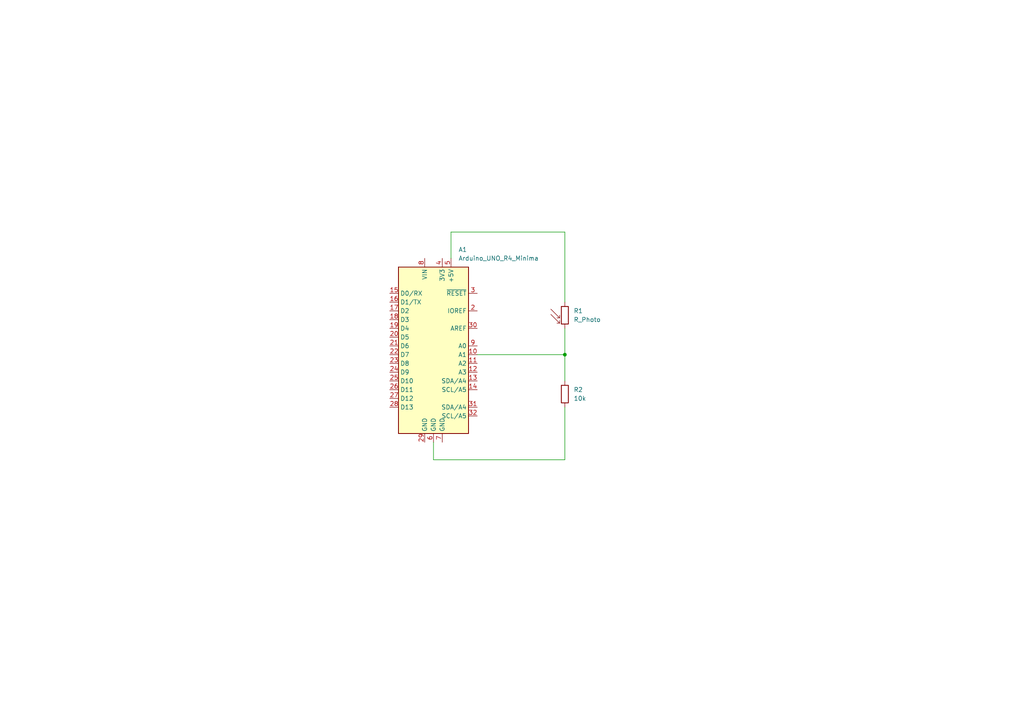
<source format=kicad_sch>
(kicad_sch (version 20250114) (generator "eeschema") (generator_version "9.0")
  (paper "A4")
  (lib_symbols
    (symbol "Device:R" (pin_numbers (hide yes)) (pin_names (offset 0))
      (property "Reference" "R" (at 2.032 0 90))
      (property "Value" "R" (at 0 0 90))
      (symbol "R_0_1"
        (rectangle (start -1.016 -2.54) (end 1.016 2.54) (stroke (width 0.254)))
      )
      (symbol "R_1_1"
        (pin passive line (at 0 3.81 270) (length 1.27) (name "~") (number "1"))
        (pin passive line (at 0 -3.81 90) (length 1.27) (name "~") (number "2"))
      )
    )
    (symbol "Device:R_Photo" (pin_numbers (hide yes)) (pin_names (offset 0))
      (property "Reference" "R" (at 1.27 1.27 0))
      (property "Value" "R_Photo" (at 1.27 0 0))
      (symbol "R_Photo_0_1"
        (polyline (pts (xy -1.524 -0.762) (xy -4.064 1.778)))
        (polyline (pts (xy -1.524 -0.762) (xy -2.286 -0.762)))
        (polyline (pts (xy -1.524 -0.762) (xy -1.524 0)))
        (polyline (pts (xy -1.524 -2.286) (xy -4.064 0.254)))
        (polyline (pts (xy -1.524 -2.286) (xy -2.286 -2.286)))
        (polyline (pts (xy -1.524 -2.286) (xy -1.524 -1.524)))
        (rectangle (start -1.016 2.54) (end 1.016 -2.54) (stroke (width 0.254)))
      )
      (symbol "R_Photo_1_1"
        (pin passive line (at 0 3.81 270) (length 1.27) (name "~") (number "1"))
        (pin passive line (at 0 -3.81 90) (length 1.27) (name "~") (number "2"))
      )
    )
    (symbol "MCU_Module:Arduino_UNO_R3"
      (property "Reference" "A" (at -10.16 23.495 0))
      (property "Value" "Arduino_UNO_R3" (at 5.08 -26.67 0))
      (symbol "Arduino_UNO_R3_0_1"
        (rectangle (start -10.16 22.86) (end 10.16 -25.4) (stroke (width 0.254)) (fill (type background)))
      )
      (symbol "Arduino_UNO_R3_1_1"
        (pin bidirectional line (at -12.7 15.24 0) (length 2.54) (name "D0/RX") (number "15"))
        (pin bidirectional line (at -12.7 12.7 0) (length 2.54) (name "D1/TX") (number "16"))
        (pin bidirectional line (at -12.7 10.16 0) (length 2.54) (name "D2") (number "17"))
        (pin bidirectional line (at -12.7 7.62 0) (length 2.54) (name "D3") (number "18"))
        (pin bidirectional line (at -12.7 5.08 0) (length 2.54) (name "D4") (number "19"))
        (pin bidirectional line (at -12.7 2.54 0) (length 2.54) (name "D5") (number "20"))
        (pin bidirectional line (at -12.7 0 0) (length 2.54) (name "D6") (number "21"))
        (pin bidirectional line (at -12.7 -2.54 0) (length 2.54) (name "D7") (number "22"))
        (pin bidirectional line (at -12.7 -5.08 0) (length 2.54) (name "D8") (number "23"))
        (pin bidirectional line (at -12.7 -7.62 0) (length 2.54) (name "D9") (number "24"))
        (pin bidirectional line (at -12.7 -10.16 0) (length 2.54) (name "D10") (number "25"))
        (pin bidirectional line (at -12.7 -12.7 0) (length 2.54) (name "D11") (number "26"))
        (pin bidirectional line (at -12.7 -15.24 0) (length 2.54) (name "D12") (number "27"))
        (pin bidirectional line (at -12.7 -17.78 0) (length 2.54) (name "D13") (number "28"))
        (pin no_connect line (at -10.16 -20.32 0) (length 2.54) (hide yes) (name "NC") (number "1"))
        (pin power_in line (at -2.54 25.4 270) (length 2.54) (name "VIN") (number "8"))
        (pin power_in line (at -2.54 -27.94 90) (length 2.54) (name "GND") (number "29"))
        (pin power_in line (at 0 -27.94 90) (length 2.54) (name "GND") (number "6"))
        (pin power_out line (at 2.54 25.4 270) (length 2.54) (name "3V3") (number "4"))
        (pin power_in line (at 2.54 -27.94 90) (length 2.54) (name "GND") (number "7"))
        (pin power_out line (at 5.08 25.4 270) (length 2.54) (name "+5V") (number "5"))
        (pin input line (at 12.7 15.24 180) (length 2.54) (name "~{RESET}") (number "3"))
        (pin output line (at 12.7 10.16 180) (length 2.54) (name "IOREF") (number "2"))
        (pin input line (at 12.7 5.08 180) (length 2.54) (name "AREF") (number "30"))
        (pin bidirectional line (at 12.7 0 180) (length 2.54) (name "A0") (number "9"))
        (pin bidirectional line (at 12.7 -2.54 180) (length 2.54) (name "A1") (number "10"))
        (pin bidirectional line (at 12.7 -5.08 180) (length 2.54) (name "A2") (number "11"))
        (pin bidirectional line (at 12.7 -7.62 180) (length 2.54) (name "A3") (number "12"))
        (pin bidirectional line (at 12.7 -10.16 180) (length 2.54) (name "SDA/A4") (number "13"))
        (pin bidirectional line (at 12.7 -12.7 180) (length 2.54) (name "SCL/A5") (number "14"))
        (pin bidirectional line (at 12.7 -17.78 180) (length 2.54) (name "SDA/A4") (number "31"))
        (pin bidirectional line (at 12.7 -20.32 180) (length 2.54) (name "SCL/A5") (number "32"))
      )
    )
  )
  (junction (at 163.83 102.87))
  (wire (pts (xy 163.83 95.25) (xy 163.83 102.87)))
  (wire (pts (xy 163.83 102.87) (xy 163.83 110.49)))
  (wire (pts (xy 163.83 67.31) (xy 163.83 87.63)))
  (wire (pts (xy 130.81 67.31) (xy 163.83 67.31)))
  (wire (pts (xy 163.83 133.35) (xy 163.83 118.11)))
  (wire (pts (xy 138.43 102.87) (xy 163.83 102.87)))
  (wire (pts (xy 130.81 74.93) (xy 130.81 67.31)))
  (wire (pts (xy 125.73 133.35) (xy 163.83 133.35)))
  (wire (pts (xy 125.73 128.27) (xy 125.73 133.35)))
  (symbol (lib_id "MCU_Module:Arduino_UNO_R3") (at 125.73 100.33 0) (unit 1)
    (property "Reference" "A1" (at 132.9533 72.39 0) (effects (justify left)))
    (property "Value" "Arduino_UNO_R4_Minima" (at 132.9533 74.93 0) (effects (justify left)))
    (property "Footprint" "Module:Arduino_UNO_R3" (effects (hide yes)))
    (property "Datasheet" "https://www.arduino.cc/en/Main/arduinoBoardUno" (effects (hide yes)))
    (property "Description" "Arduino UNO Microcontroller Module, release 3" (effects (hide yes)))
  )
  (symbol (lib_id "Device:R") (at 163.83 114.3 0) (unit 1)
    (property "Reference" "R2" (at 166.37 113.0299 0) (effects (justify left)))
    (property "Value" "10k" (at 166.37 115.5699 0) (effects (justify left)))
    (property "Description" "Resistor" (effects (hide yes)))
  )
  (symbol (lib_id "Device:R_Photo") (at 163.83 91.44 0) (unit 1)
    (property "Reference" "R1" (at 166.37 90.1699 0) (effects (justify left)))
    (property "Value" "R_Photo" (at 166.37 92.7099 0) (effects (justify left)))
    (property "Description" "Photoresistor" (effects (hide yes)))
  )
)
</source>
